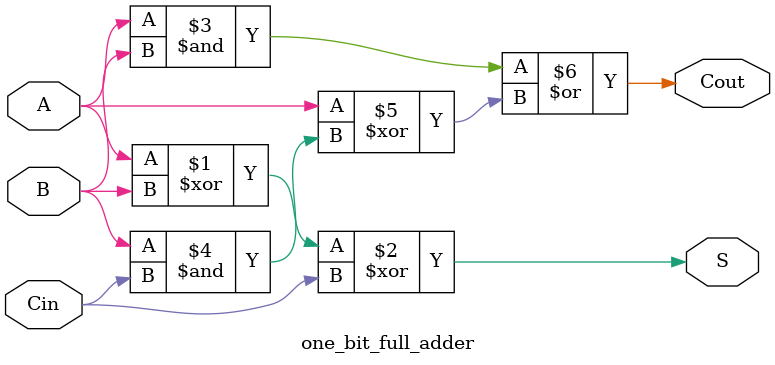
<source format=sv>
module one_bit_full_adder(A, B, Cin, S, Cout);
  input A, B, Cin;
  output S, Cout;

  assign S = A ^ B ^ Cin;
  assign Cout = (A & B) | (A ^ B & Cin);
  // could also write: assign{S, Cout} = A + B + Cin;
endmodule

</source>
